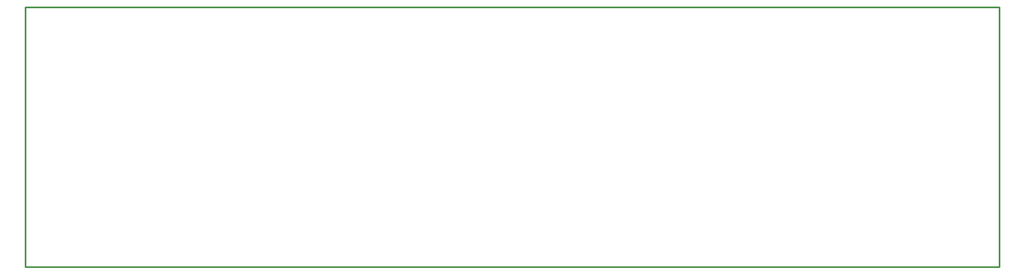
<source format=gm1>
G04 Layer_Color=16711935*
%FSLAX44Y44*%
%MOMM*%
G71*
G01*
G75*
%ADD11C,0.2540*%
D11*
X0Y0D02*
Y400000D01*
X1500000Y0D02*
Y400000D01*
X0Y0D02*
X1500000D01*
X0Y400000D02*
X1500000D01*
M02*

</source>
